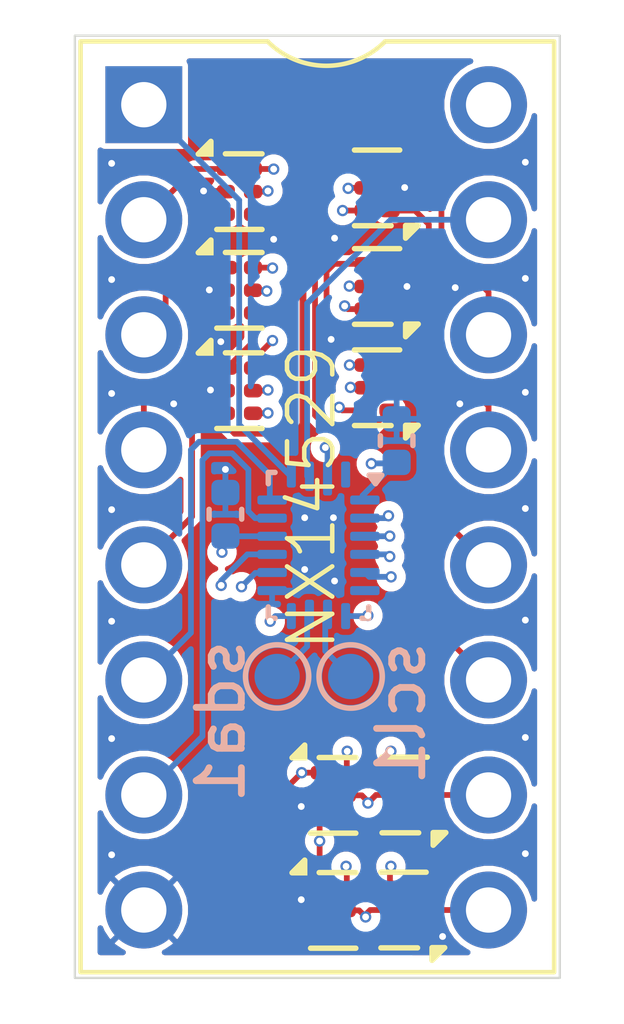
<source format=kicad_pcb>
(kicad_pcb (version 20241229) (generator "pcbnew") (generator_version "9.0")
  (layers (0 "F.Cu" signal) (4 "In1.Cu" signal) (6 "In2.Cu" signal) (8 "In3.Cu" signal) (10 "In4.Cu" signal) (2 "B.Cu" signal) (13 "F.Paste" user) (15 "B.Paste" user) (5 "F.SilkS" user "F.Silkscreen") (7 "B.SilkS" user "B.Silkscreen") (1 "F.Mask" user) (3 "B.Mask" user) (25 "Edge.Cuts" user))
  (net 0 "")
  (net 1 "/B")
  (net 2 "/YB")
  (net 3 "/scl")
  (net 4 "/XA")
  (net 5 "/ZC")
  (net 6 "GND")
  (net 7 "/XC")
  (net 8 "/YC")
  (net 9 "/STy")
  (net 10 "/STx")
  (net 11 "/sda")
  (net 12 "+5V")
  (net 13 "/A")
  (net 14 "/XB")
  (net 15 "/YA")
  (net 16 "/X0")
  (net 17 "/X1")
  (net 18 "/X2")
  (net 19 "/X3")
  (net 20 "/Y1")
  (net 21 "/Y0")
  (net 22 "/Y2")
  (net 23 "/Y3")
  (net 24 "/W")
  (net 25 "/Z")
  (net 26 "/WC")
  (net 27 "/OE")
  (net 30 "/X01")
  (net 31 "/X23")
  (net 32 "/Y01")
  (net 33 "/Y23")
  (net 34 "/X")
  (net 35 "/Y")
  (net 36 "/ZG")
  (net 37 "/WG")
  (footprint "Package_SON:Texas_USON-6_1x1.45mm_P0.5mm_SMD" (layer "F.Cu") (at 146.8676 75.5539)
    (property "Reference" "U1" (hide yes))
    (property "Value" "74LVC1G3157")
    (fp_line (start -0.5 0.835) (end 0.5 0.835) (stroke (width 0.12)) (layer "F.SilkS"))
    (fp_line (start -0.31 -0.835) (end 0.5 -0.835) (stroke (width 0.12)) (layer "F.SilkS"))
    (fp_poly (pts (xy -0.63 -0.83) (xy -0.91 -0.83) (xy -0.63 -1.11) (xy -0.63 -0.83)) (stroke (width 0.12)) (fill yes) (layer "F.SilkS"))
    (pad "1" smd roundrect (at -0.275 -0.5) (size 0.45 0.3) (layers "F.Cu" "F.Mask" "F.Paste") (roundrect_rratio 0.3333333333) (net 16 "/X0"))
    (pad "2" smd roundrect (at -0.3 0) (size 0.4 0.3) (layers "F.Cu" "F.Mask" "F.Paste") (roundrect_rratio 0.3333333333) (net 6 "GND"))
    (pad "3" smd roundrect (at -0.3 0.5) (size 0.4 0.3) (layers "F.Cu" "F.Mask" "F.Paste") (roundrect_rratio 0.3333333333) (net 17 "/X1"))
    (pad "4" smd roundrect (at 0.3 0.5) (size 0.4 0.3) (layers "F.Cu" "F.Mask" "F.Paste") (roundrect_rratio 0.3333333333) (net 30 "/X01"))
    (pad "5" smd roundrect (at 0.3 0) (size 0.4 0.3) (layers "F.Cu" "F.Mask" "F.Paste") (roundrect_rratio 0.3333333333) (net 12 "+5V"))
    (pad "6" smd roundrect (at 0.3 -0.5) (size 0.4 0.3) (layers "F.Cu" "F.Mask" "F.Paste") (roundrect_rratio 0.3333333333) (net 4 "/XA"))
  )
  (footprint "Package_SON:Texas_USON-6_1x1.45mm_P0.5mm_SMD" (layer "F.Cu") (at 148.9408 88.8826)
    (property "Reference" "U8" (hide yes))
    (property "Value" "74LVC1G3157")
    (fp_line (start -0.5 0.835) (end 0.5 0.835) (stroke (width 0.12)) (layer "F.SilkS"))
    (fp_line (start -0.31 -0.835) (end 0.5 -0.835) (stroke (width 0.12)) (layer "F.SilkS"))
    (fp_poly (pts (xy -0.63 -0.83) (xy -0.91 -0.83) (xy -0.63 -1.11) (xy -0.63 -0.83)) (stroke (width 0.12)) (fill yes) (layer "F.SilkS"))
    (pad "1" smd roundrect (at -0.275 -0.5) (size 0.45 0.3) (layers "F.Cu" "F.Mask" "F.Paste") (roundrect_rratio 0.3333333333) (net 35 "/Y"))
    (pad "2" smd roundrect (at -0.3 0) (size 0.4 0.3) (layers "F.Cu" "F.Mask" "F.Paste") (roundrect_rratio 0.3333333333) (net 6 "GND"))
    (pad "3" smd roundrect (at -0.3 0.5) (size 0.4 0.3) (layers "F.Cu" "F.Mask" "F.Paste") (roundrect_rratio 0.3333333333) (net 34 "/X"))
    (pad "4" smd roundrect (at 0.3 0.5) (size 0.4 0.3) (layers "F.Cu" "F.Mask" "F.Paste") (roundrect_rratio 0.3333333333) (net 37 "/WG"))
    (pad "5" smd roundrect (at 0.3 0) (size 0.4 0.3) (layers "F.Cu" "F.Mask" "F.Paste") (roundrect_rratio 0.3333333333) (net 12 "+5V"))
    (pad "6" smd roundrect (at 0.3 -0.5) (size 0.4 0.3) (layers "F.Cu" "F.Mask" "F.Paste") (roundrect_rratio 0.3333333333) (net 26 "/WC"))
  )
  (footprint "Package_SON:Texas_USON-6_1x1.45mm_P0.5mm_SMD" (layer "F.Cu") (at 148.9408 91.4226)
    (property "Reference" "U7" (hide yes))
    (property "Value" "74LVC1G3157")
    (fp_line (start -0.5 0.835) (end 0.5 0.835) (stroke (width 0.12)) (layer "F.SilkS"))
    (fp_line (start -0.31 -0.835) (end 0.5 -0.835) (stroke (width 0.12)) (layer "F.SilkS"))
    (fp_poly (pts (xy -0.63 -0.83) (xy -0.91 -0.83) (xy -0.63 -1.11) (xy -0.63 -0.83)) (stroke (width 0.12)) (fill yes) (layer "F.SilkS"))
    (pad "1" smd roundrect (at -0.275 -0.5) (size 0.45 0.3) (layers "F.Cu" "F.Mask" "F.Paste") (roundrect_rratio 0.3333333333) (net 34 "/X"))
    (pad "2" smd roundrect (at -0.3 0) (size 0.4 0.3) (layers "F.Cu" "F.Mask" "F.Paste") (roundrect_rratio 0.3333333333) (net 6 "GND"))
    (pad "3" smd roundrect (at -0.3 0.5) (size 0.4 0.3) (layers "F.Cu" "F.Mask" "F.Paste") (roundrect_rratio 0.3333333333) (net 35 "/Y"))
    (pad "4" smd roundrect (at 0.3 0.5) (size 0.4 0.3) (layers "F.Cu" "F.Mask" "F.Paste") (roundrect_rratio 0.3333333333) (net 36 "/ZG"))
    (pad "5" smd roundrect (at 0.3 0) (size 0.4 0.3) (layers "F.Cu" "F.Mask" "F.Paste") (roundrect_rratio 0.3333333333) (net 12 "+5V"))
    (pad "6" smd roundrect (at 0.3 -0.5) (size 0.4 0.3) (layers "F.Cu" "F.Mask" "F.Paste") (roundrect_rratio 0.3333333333) (net 5 "/ZC"))
  )
  (footprint "Package_SON:Texas_USON-6_1x1.45mm_P0.5mm_SMD" (layer "F.Cu") (at 150.495 91.4146 180)
    (property "Reference" "U9" (hide yes))
    (property "Value" "74LVC1G66")
    (fp_line (start -0.31 -0.835) (end 0.5 -0.835) (stroke (width 0.12)) (layer "F.SilkS"))
    (fp_line (start -0.5 0.835) (end 0.5 0.835) (stroke (width 0.12)) (layer "F.SilkS"))
    (fp_poly (pts (xy -0.63 -0.83) (xy -0.91 -0.83) (xy -0.63 -1.11) (xy -0.63 -0.83)) (stroke (width 0.12)) (fill yes) (layer "F.SilkS"))
    (pad "1" smd roundrect (at -0.275 -0.5 180) (size 0.45 0.3) (layers "F.Cu" "F.Mask" "F.Paste") (roundrect_rratio 0.3333333333) (net 36 "/ZG"))
    (pad "2" smd roundrect (at -0.3 0 180) (size 0.4 0.3) (layers "F.Cu" "F.Mask" "F.Paste") (roundrect_rratio 0.3333333333) (net 25 "/Z"))
    (pad "3" smd roundrect (at -0.3 0.5 180) (size 0.4 0.3) (layers "F.Cu" "F.Mask" "F.Paste") (roundrect_rratio 0.3333333333) (net 6 "GND"))
    (pad "4" smd roundrect (at 0.3 0.5 180) (size 0.4 0.3) (layers "F.Cu" "F.Mask" "F.Paste") (roundrect_rratio 0.3333333333) (net 27 "/OE"))
    (pad "5" smd roundrect (at 0.3 0 180) (size 0.4 0.3) (layers "F.Cu" "F.Mask" "F.Paste") (roundrect_rratio 0.3333333333) (net 12 "+5V"))
    (pad "6" smd roundrect (at 0.3 -0.5 180) (size 0.4 0.3) (layers "F.Cu" "F.Mask" "F.Paste") (roundrect_rratio 0.3333333333))
  )
  (footprint "Package_SON:Texas_USON-6_1x1.45mm_P0.5mm_SMD" (layer "F.Cu") (at 149.9108 77.6478 180)
    (property "Reference" "U4" (hide yes))
    (property "Value" "74LVC1G3157")
    (fp_line (start -0.31 -0.835) (end 0.5 -0.835) (stroke (width 0.12)) (layer "F.SilkS"))
    (fp_line (start -0.5 0.835) (end 0.5 0.835) (stroke (width 0.12)) (layer "F.SilkS"))
    (fp_poly (pts (xy -0.63 -0.83) (xy -0.91 -0.83) (xy -0.63 -1.11) (xy -0.63 -0.83)) (stroke (width 0.12)) (fill yes) (layer "F.SilkS"))
    (pad "1" smd roundrect (at -0.275 -0.5 180) (size 0.45 0.3) (layers "F.Cu" "F.Mask" "F.Paste") (roundrect_rratio 0.3333333333) (net 23 "/Y3"))
    (pad "2" smd roundrect (at -0.3 0 180) (size 0.4 0.3) (layers "F.Cu" "F.Mask" "F.Paste") (roundrect_rratio 0.3333333333) (net 6 "GND"))
    (pad "3" smd roundrect (at -0.3 0.5 180) (size 0.4 0.3) (layers "F.Cu" "F.Mask" "F.Paste") (roundrect_rratio 0.3333333333) (net 22 "/Y2"))
    (pad "4" smd roundrect (at 0.3 0.5 180) (size 0.4 0.3) (layers "F.Cu" "F.Mask" "F.Paste") (roundrect_rratio 0.3333333333) (net 33 "/Y23"))
    (pad "5" smd roundrect (at 0.3 0 180) (size 0.4 0.3) (layers "F.Cu" "F.Mask" "F.Paste") (roundrect_rratio 0.3333333333) (net 12 "+5V"))
    (pad "6" smd roundrect (at 0.3 -0.5 180) (size 0.4 0.3) (layers "F.Cu" "F.Mask" "F.Paste") (roundrect_rratio 0.3333333333) (net 2 "/YB"))
  )
  (footprint "Library:DIP-16_board" (layer "F.Cu") (at 148.5646 82.5246)
    (property "Reference" "IC1" (hide yes))
    (property "Value" "14529")
    (fp_rect (start -5.334 -10.414) (end 5.3848 10.3886) (stroke (width 0.05)) (fill no) (layer "Edge.Cuts"))
    (pad "1" thru_hole rect (at -3.81 -8.89) (size 1.7 1.7) (drill 1) (layers "*.Cu" "*.Mask") (net 10 "/STx"))
    (pad "2" thru_hole circle (at -3.81 -6.35) (size 1.7 1.7) (drill 1) (layers "*.Cu" "*.Mask") (net 16 "/X0"))
    (pad "3" thru_hole circle (at -3.81 -3.81) (size 1.7 1.7) (drill 1) (layers "*.Cu" "*.Mask") (net 17 "/X1"))
    (pad "4" thru_hole circle (at -3.81 -1.27) (size 1.7 1.7) (drill 1) (layers "*.Cu" "*.Mask") (net 18 "/X2"))
    (pad "5" thru_hole circle (at -3.81 1.27) (size 1.7 1.7) (drill 1) (layers "*.Cu" "*.Mask") (net 19 "/X3"))
    (pad "6" thru_hole circle (at -3.81 3.81) (size 1.7 1.7) (drill 1) (layers "*.Cu" "*.Mask") (net 13 "/A"))
    (pad "7" thru_hole circle (at -3.81 6.35) (size 1.7 1.7) (drill 1) (layers "*.Cu" "*.Mask") (net 1 "/B"))
    (pad "8" thru_hole circle (at -3.81 8.89) (size 1.7 1.7) (drill 1) (layers "*.Cu" "*.Mask") (net 6 "GND"))
    (pad "9" thru_hole circle (at 3.81 8.89) (size 1.7 1.7) (drill 1) (layers "*.Cu" "*.Mask") (net 25 "/Z"))
    (pad "10" thru_hole circle (at 3.81 6.35) (size 1.7 1.7) (drill 1) (layers "*.Cu" "*.Mask") (net 24 "/W"))
    (pad "11" thru_hole circle (at 3.81 3.81) (size 1.7 1.7) (drill 1) (layers "*.Cu" "*.Mask") (net 23 "/Y3"))
    (pad "12" thru_hole circle (at 3.81 1.27) (size 1.7 1.7) (drill 1) (layers "*.Cu" "*.Mask") (net 22 "/Y2"))
    (pad "13" thru_hole circle (at 3.81 -1.27) (size 1.7 1.7) (drill 1) (layers "*.Cu" "*.Mask") (net 20 "/Y1"))
    (pad "14" thru_hole circle (at 3.81 -3.81) (size 1.7 1.7) (drill 1) (layers "*.Cu" "*.Mask") (net 21 "/Y0"))
    (pad "15" thru_hole circle (at 3.81 -6.35) (size 1.7 1.7) (drill 1) (layers "*.Cu" "*.Mask") (net 9 "/STy"))
    (pad "16" thru_hole circle (at 3.81 -8.89) (size 1.7 1.7) (drill 1) (layers "*.Cu" "*.Mask") (net 12 "+5V"))
  )
  (footprint "Package_SON:Texas_USON-6_1x1.45mm_P0.5mm_SMD" (layer "F.Cu") (at 149.9108 79.883 180)
    (property "Reference" "U6" (hide yes))
    (property "Value" "74LVC1G3157")
    (fp_line (start -0.31 -0.835) (end 0.5 -0.835) (stroke (width 0.12)) (layer "F.SilkS"))
    (fp_line (start -0.5 0.835) (end 0.5 0.835) (stroke (width 0.12)) (layer "F.SilkS"))
    (fp_poly (pts (xy -0.63 -0.83) (xy -0.91 -0.83) (xy -0.63 -1.11) (xy -0.63 -0.83)) (stroke (width 0.12)) (fill yes) (layer "F.SilkS"))
    (pad "1" smd roundrect (at -0.275 -0.5 180) (size 0.45 0.3) (layers "F.Cu" "F.Mask" "F.Paste") (roundrect_rratio 0.3333333333) (net 32 "/Y01"))
    (pad "2" smd roundrect (at -0.3 0 180) (size 0.4 0.3) (layers "F.Cu" "F.Mask" "F.Paste") (roundrect_rratio 0.3333333333) (net 6 "GND"))
    (pad "3" smd roundrect (at -0.3 0.5 180) (size 0.4 0.3) (layers "F.Cu" "F.Mask" "F.Paste") (roundrect_rratio 0.3333333333) (net 33 "/Y23"))
    (pad "4" smd roundrect (at 0.3 0.5 180) (size 0.4 0.3) (layers "F.Cu" "F.Mask" "F.Paste") (roundrect_rratio 0.3333333333) (net 35 "/Y"))
    (pad "5" smd roundrect (at 0.3 0 180) (size 0.4 0.3) (layers "F.Cu" "F.Mask" "F.Paste") (roundrect_rratio 0.3333333333) (net 12 "+5V"))
    (pad "6" smd roundrect (at 0.3 -0.5 180) (size 0.4 0.3) (layers "F.Cu" "F.Mask" "F.Paste") (roundrect_rratio 0.3333333333) (net 8 "/YC"))
  )
  (footprint "Package_SON:Texas_USON-6_1x1.45mm_P0.5mm_SMD" (layer "F.Cu") (at 146.8676 79.9481)
    (property "Reference" "U5" (hide yes))
    (property "Value" "74LVC1G3157")
    (fp_line (start -0.5 0.835) (end 0.5 0.835) (stroke (width 0.12)) (layer "F.SilkS"))
    (fp_line (start -0.31 -0.835) (end 0.5 -0.835) (stroke (width 0.12)) (layer "F.SilkS"))
    (fp_poly (pts (xy -0.63 -0.83) (xy -0.91 -0.83) (xy -0.63 -1.11) (xy -0.63 -0.83)) (stroke (width 0.12)) (fill yes) (layer "F.SilkS"))
    (pad "1" smd roundrect (at -0.275 -0.5) (size 0.45 0.3) (layers "F.Cu" "F.Mask" "F.Paste") (roundrect_rratio 0.3333333333) (net 31 "/X23"))
    (pad "2" smd roundrect (at -0.3 0) (size 0.4 0.3) (layers "F.Cu" "F.Mask" "F.Paste") (roundrect_rratio 0.3333333333) (net 6 "GND"))
    (pad "3" smd roundrect (at -0.3 0.5) (size 0.4 0.3) (layers "F.Cu" "F.Mask" "F.Paste") (roundrect_rratio 0.3333333333) (net 30 "/X01"))
    (pad "4" smd roundrect (at 0.3 0.5) (size 0.4 0.3) (layers "F.Cu" "F.Mask" "F.Paste") (roundrect_rratio 0.3333333333) (net 34 "/X"))
    (pad "5" smd roundrect (at 0.3 0) (size 0.4 0.3) (layers "F.Cu" "F.Mask" "F.Paste") (roundrect_rratio 0.3333333333) (net 12 "+5V"))
    (pad "6" smd roundrect (at 0.3 -0.5) (size 0.4 0.3) (layers "F.Cu" "F.Mask" "F.Paste") (roundrect_rratio 0.3333333333) (net 7 "/XC"))
  )
  (footprint "Package_SON:Texas_USON-6_1x1.45mm_P0.5mm_SMD" (layer "F.Cu") (at 146.8676 77.732)
    (property "Reference" "U2" (hide yes))
    (property "Value" "74LVC1G3157")
    (fp_line (start -0.5 0.835) (end 0.5 0.835) (stroke (width 0.12)) (layer "F.SilkS"))
    (fp_line (start -0.31 -0.835) (end 0.5 -0.835) (stroke (width 0.12)) (layer "F.SilkS"))
    (fp_poly (pts (xy -0.63 -0.83) (xy -0.91 -0.83) (xy -0.63 -1.11) (xy -0.63 -0.83)) (stroke (width 0.12)) (fill yes) (layer "F.SilkS"))
    (pad "1" smd roundrect (at -0.275 -0.5) (size 0.45 0.3) (layers "F.Cu" "F.Mask" "F.Paste") (roundrect_rratio 0.3333333333) (net 18 "/X2"))
    (pad "2" smd roundrect (at -0.3 0) (size 0.4 0.3) (layers "F.Cu" "F.Mask" "F.Paste") (roundrect_rratio 0.3333333333) (net 6 "GND"))
    (pad "3" smd roundrect (at -0.3 0.5) (size 0.4 0.3) (layers "F.Cu" "F.Mask" "F.Paste") (roundrect_rratio 0.3333333333) (net 19 "/X3"))
    (pad "4" smd roundrect (at 0.3 0.5) (size 0.4 0.3) (layers "F.Cu" "F.Mask" "F.Paste") (roundrect_rratio 0.3333333333) (net 31 "/X23"))
    (pad "5" smd roundrect (at 0.3 0) (size 0.4 0.3) (layers "F.Cu" "F.Mask" "F.Paste") (roundrect_rratio 0.3333333333) (net 12 "+5V"))
    (pad "6" smd roundrect (at 0.3 -0.5) (size 0.4 0.3) (layers "F.Cu" "F.Mask" "F.Paste") (roundrect_rratio 0.3333333333) (net 14 "/XB"))
  )
  (footprint "Package_SON:Texas_USON-6_1x1.45mm_P0.5mm_SMD" (layer "F.Cu") (at 149.9108 75.4714 180)
    (property "Reference" "U3" (hide yes))
    (property "Value" "74LVC1G3157")
    (fp_line (start -0.31 -0.835) (end 0.5 -0.835) (stroke (width 0.12)) (layer "F.SilkS"))
    (fp_line (start -0.5 0.835) (end 0.5 0.835) (stroke (width 0.12)) (layer "F.SilkS"))
    (fp_poly (pts (xy -0.63 -0.83) (xy -0.91 -0.83) (xy -0.63 -1.11) (xy -0.63 -0.83)) (stroke (width 0.12)) (fill yes) (layer "F.SilkS"))
    (pad "1" smd roundrect (at -0.275 -0.5 180) (size 0.45 0.3) (layers "F.Cu" "F.Mask" "F.Paste") (roundrect_rratio 0.3333333333) (net 20 "/Y1"))
    (pad "2" smd roundrect (at -0.3 0 180) (size 0.4 0.3) (layers "F.Cu" "F.Mask" "F.Paste") (roundrect_rratio 0.3333333333) (net 6 "GND"))
    (pad "3" smd roundrect (at -0.3 0.5 180) (size 0.4 0.3) (layers "F.Cu" "F.Mask" "F.Paste") (roundrect_rratio 0.3333333333) (net 21 "/Y0"))
    (pad "4" smd roundrect (at 0.3 0.5 180) (size 0.4 0.3) (layers "F.Cu" "F.Mask" "F.Paste") (roundrect_rratio 0.3333333333) (net 32 "/Y01"))
    (pad "5" smd roundrect (at 0.3 0 180) (size 0.4 0.3) (layers "F.Cu" "F.Mask" "F.Paste") (roundrect_rratio 0.3333333333) (net 12 "+5V"))
    (pad "6" smd roundrect (at 0.3 -0.5 180) (size 0.4 0.3) (layers "F.Cu" "F.Mask" "F.Paste") (roundrect_rratio 0.3333333333) (net 15 "/YA"))
  )
  (footprint "Package_SON:Texas_USON-6_1x1.45mm_P0.5mm_SMD" (layer "F.Cu") (at 150.5204 88.8746 180)
    (property "Reference" "U10" (hide yes))
    (property "Value" "74LVC1G66")
    (fp_line (start -0.31 -0.835) (end 0.5 -0.835) (stroke (width 0.12)) (layer "F.SilkS"))
    (fp_line (start -0.5 0.835) (end 0.5 0.835) (stroke (width 0.12)) (layer "F.SilkS"))
    (fp_poly (pts (xy -0.63 -0.83) (xy -0.91 -0.83) (xy -0.63 -1.11) (xy -0.63 -0.83)) (stroke (width 0.12)) (fill yes) (layer "F.SilkS"))
    (pad "1" smd roundrect (at -0.275 -0.5 180) (size 0.45 0.3) (layers "F.Cu" "F.Mask" "F.Paste") (roundrect_rratio 0.3333333333) (net 37 "/WG"))
    (pad "2" smd roundrect (at -0.3 0 180) (size 0.4 0.3) (layers "F.Cu" "F.Mask" "F.Paste") (roundrect_rratio 0.3333333333) (net 24 "/W"))
    (pad "3" smd roundrect (at -0.3 0.5 180) (size 0.4 0.3) (layers "F.Cu" "F.Mask" "F.Paste") (roundrect_rratio 0.3333333333) (net 6 "GND"))
    (pad "4" smd roundrect (at 0.3 0.5 180) (size 0.4 0.3) (layers "F.Cu" "F.Mask" "F.Paste") (roundrect_rratio 0.3333333333) (net 27 "/OE"))
    (pad "5" smd roundrect (at 0.3 0 180) (size 0.4 0.3) (layers "F.Cu" "F.Mask" "F.Paste") (roundrect_rratio 0.3333333333) (net 12 "+5V"))
    (pad "6" smd roundrect (at 0.3 -0.5 180) (size 0.4 0.3) (layers "F.Cu" "F.Mask" "F.Paste") (roundrect_rratio 0.3333333333))
  )
  (footprint "Capacitor_SMD:C_0402_1005Metric" (layer "B.Cu") (at 146.558 82.677 90)
    (property "Reference" "C1" (hide yes))
    (property "Value" "100nF")
    (fp_line (start -0.107836 -0.36) (end 0.107836 -0.36) (stroke (width 0.12)) (layer "B.SilkS"))
    (fp_line (start -0.107836 0.36) (end 0.107836 0.36) (stroke (width 0.12)) (layer "B.SilkS"))
    (pad "1" smd roundrect (at -0.48 0 90) (size 0.56 0.62) (layers "B.Cu" "B.Mask" "B.Paste") (net 12 "+5V"))
    (pad "2" smd roundrect (at 0.48 0 90) (size 0.56 0.62) (layers "B.Cu" "B.Mask" "B.Paste") (net 6 "GND"))
  )
  (footprint "TestPoint:TestPoint_Pad_D1.0mm" (layer "B.Cu") (at 147.701 86.2584)
    (property "Reference" "sda1" (at -1.2446 0.9906 270) (layer "B.SilkS") (effects (justify mirror)))
    (property "Value" "TestPoint_Small")
    (fp_circle (center 0 0) (end 0 -0.7) (stroke (width 0.12)) (fill no) (layer "B.SilkS"))
    (pad "1" smd circle (at 0 0) (size 1 1) (layers "B.Cu" "B.Mask") (net 11 "/sda"))
  )
  (footprint "Package_DFN_QFN:Renesas_UQFN-20_2x3mm_P0.4mm_LayoutBorder4x6y" (layer "B.Cu") (at 148.6154 83.3628 180)
    (property "Reference" "U11" (hide yes))
    (property "Value" "SLG46824V")
    (fp_line (start 1.11 1.61) (end 1.11 1.36) (stroke (width 0.12)) (layer "B.SilkS"))
    (fp_line (start 1.11 -1.36) (end 1.11 -1.61) (stroke (width 0.12)) (layer "B.SilkS"))
    (fp_line (start 1.11 -1.61) (end 0.96 -1.61) (stroke (width 0.12)) (layer "B.SilkS"))
    (fp_line (start 0.96 1.61) (end 1.11 1.61) (stroke (width 0.12)) (layer "B.SilkS"))
    (fp_line (start -0.96 -1.61) (end -1.11 -1.61) (stroke (width 0.12)) (layer "B.SilkS"))
    (fp_line (start -1.11 -1.61) (end -1.11 -1.36) (stroke (width 0.12)) (layer "B.SilkS"))
    (fp_poly (pts (xy -1.26 1.36) (xy -1.4 1.55) (xy -1.12 1.55)) (stroke (width 0.12)) (fill yes) (layer "B.SilkS"))
    (pad "1" smd roundrect (at -1.025 1 180) (size 0.65 0.2) (layers "B.Cu" "B.Mask" "B.Paste") (net 12 "+5V"))
    (pad "2" smd roundrect (at -1.025 0.6 180) (size 0.65 0.2) (layers "B.Cu" "B.Mask" "B.Paste") (net 8 "/YC"))
    (pad "3" smd roundrect (at -1.025 0.2 180) (size 0.65 0.2) (layers "B.Cu" "B.Mask" "B.Paste") (net 14 "/XB"))
    (pad "4" smd roundrect (at -1.025 -0.2 180) (size 0.65 0.2) (layers "B.Cu" "B.Mask" "B.Paste") (net 7 "/XC"))
    (pad "5" smd roundrect (at -1.025 -0.6 180) (size 0.65 0.2) (layers "B.Cu" "B.Mask" "B.Paste") (net 2 "/YB"))
    (pad "6" smd roundrect (at -1.025 -1 180) (size 0.65 0.2) (layers "B.Cu" "B.Mask" "B.Paste"))
    (pad "7" smd roundrect (at -0.6 -1.5625 180) (size 0.2 0.575) (layers "B.Cu" "B.Mask" "B.Paste") (net 15 "/YA"))
    (pad "8" smd roundrect (at -0.2 -1.525 180) (size 0.2 0.65) (layers "B.Cu" "B.Mask" "B.Paste") (net 3 "/scl"))
    (pad "9" smd roundrect (at 0.2 -1.525 180) (size 0.2 0.65) (layers "B.Cu" "B.Mask" "B.Paste") (net 11 "/sda"))
    (pad "10" smd roundrect (at 0.6 -1.5625 180) (size 0.2 0.575) (layers "B.Cu" "B.Mask" "B.Paste") (net 5 "/ZC"))
    (pad "11" smd roundrect (at 1.025 -1 180) (size 0.65 0.2) (layers "B.Cu" "B.Mask" "B.Paste") (net 6 "GND"))
    (pad "12" smd roundrect (at 1.025 -0.6 180) (size 0.65 0.2) (layers "B.Cu" "B.Mask" "B.Paste") (net 26 "/WC"))
    (pad "13" smd roundrect (at 1.025 -0.2 180) (size 0.65 0.2) (layers "B.Cu" "B.Mask" "B.Paste") (net 27 "/OE"))
    (pad "14" smd roundrect (at 1.025 0.2 180) (size 0.65 0.2) (layers "B.Cu" "B.Mask" "B.Paste") (net 12 "+5V"))
    (pad "15" smd roundrect (at 1.025 0.6 180) (size 0.65 0.2) (layers "B.Cu" "B.Mask" "B.Paste") (net 1 "/B"))
    (pad "16" smd roundrect (at 1.025 1 180) (size 0.65 0.2) (layers "B.Cu" "B.Mask" "B.Paste") (net 13 "/A"))
    (pad "17" smd roundrect (at 0.6 1.5625 180) (size 0.2 0.575) (layers "B.Cu" "B.Mask" "B.Paste") (net 10 "/STx"))
    (pad "18" smd roundrect (at 0.2 1.525 180) (size 0.2 0.65) (layers "B.Cu" "B.Mask" "B.Paste") (net 9 "/STy"))
    (pad "19" smd roundrect (at -0.2 1.475 180) (size 0.2 0.75) (layers "B.Cu" "B.Mask" "B.Paste") (net 4 "/XA"))
    (pad "20" smd roundrect (at -0.6 1.5625 180) (size 0.2 0.575) (layers "B.Cu" "B.Mask" "B.Paste"))
  )
  (footprint "TestPoint:TestPoint_Pad_D1.0mm" (layer "B.Cu") (at 149.3266 86.2584)
    (property "Reference" "scl1" (at 1.1176 0.8128 270) (layer "B.SilkS") (effects (justify mirror)))
    (property "Value" "TestPoint_Small")
    (fp_circle (center 0 0) (end 0 -0.7) (stroke (width 0.12)) (fill no) (layer "B.SilkS"))
    (pad "1" smd circle (at 0 0) (size 1 1) (layers "B.Cu" "B.Mask") (net 3 "/scl"))
  )
  (footprint "Capacitor_SMD:C_0402_1005Metric" (layer "B.Cu") (at 150.3426 81.0514 90)
    (property "Reference" "C2" (hide yes))
    (property "Value" "100nF")
    (fp_line (start -0.107836 -0.36) (end 0.107836 -0.36) (stroke (width 0.12)) (layer "B.SilkS"))
    (fp_line (start -0.107836 0.36) (end 0.107836 0.36) (stroke (width 0.12)) (layer "B.SilkS"))
    (pad "1" smd roundrect (at -0.48 0 90) (size 0.56 0.62) (layers "B.Cu" "B.Mask" "B.Paste") (net 12 "+5V"))
    (pad "2" smd roundrect (at 0.48 0 90) (size 0.56 0.62) (layers "B.Cu" "B.Mask" "B.Paste") (net 6 "GND"))
  )
  (gr_line (start 153.8224 72.2376) (end 150.0886 72.2376) (stroke (width 0.1)) (layer "F.SilkS"))
  (gr_arc (start 150.0886 72.2376) (mid 148.789536 72.77569) (end 147.490472 72.2376) (stroke (width 0.1)) (layer "F.SilkS"))
  (gr_line (start 143.3576 72.2376) (end 147.4978 72.2376) (stroke (width 0.1)) (layer "F.SilkS"))
  (gr_line (start 143.3576 72.2376) (end 143.3576 92.7608) (stroke (width 0.1)) (layer "F.SilkS"))
  (gr_line (start 143.3576 92.7862) (end 153.8224 92.7862) (stroke (width 0.1)) (layer "F.SilkS"))
  (gr_line (start 153.8224 92.7862) (end 153.8224 72.2376) (stroke (width 0.1)) (layer "F.SilkS"))
  (gr_text "NX14529" (at 149.0472 85.7504 90) (layer "F.SilkS") (effects (font (size 1 1) (thickness 0.1)) (justify left bottom)))
  (segment (start 147.066 81.691424) (end 146.706376 81.3318) (width 0.127) (layer "B.Cu") (net 1))
  (segment (start 146.706376 81.3318) (end 146.2014 81.3318) (width 0.127) (layer "B.Cu") (net 1))
  (segment (start 146.0511 81.4821) (end 146.0511 87.5781) (width 0.127) (layer "B.Cu") (net 1))
  (segment (start 147.066 82.6142) (end 147.066 81.691424) (width 0.127) (layer "B.Cu") (net 1))
  (segment (start 146.2014 81.3318) (end 146.0511 81.4821) (width 0.127) (layer "B.Cu") (net 1))
  (segment (start 146.0511 87.5781) (end 144.7546 88.8746) (width 0.127) (layer "B.Cu") (net 1))
  (segment (start 147.5396 82.7628) (end 147.2146 82.7628) (width 0.127) (layer "B.Cu") (net 1))
  (segment (start 147.2146 82.7628) (end 147.066 82.6142) (width 0.127) (layer "B.Cu") (net 1))
  (segment (start 149.263926 78.1478) (end 149.194038 78.077912) (width 0.127) (layer "F.Cu") (net 2))
  (segment (start 149.6108 78.1478) (end 149.263926 78.1478) (width 0.127) (layer "F.Cu") (net 2))
  (via (at 149.194038 78.077912) (size 0.25) (drill 0.15) (layers "F.Cu" "B.Cu") (net 2))
  (via (at 150.219581 84.058645) (size 0.25) (drill 0.15) (layers "F.Cu" "B.Cu") (net 2))
  (segment (start 149.736245 84.058645) (end 150.219581 84.058645) (width 0.127) (layer "B.Cu") (net 2))
  (segment (start 149.6404 83.9628) (end 149.736245 84.058645) (width 0.127) (layer "B.Cu") (net 2))
  (segment (start 148.7646 85.6964) (end 149.3266 86.2584) (width 0.127) (layer "B.Cu") (net 3))
  (segment (start 148.7646 84.8878) (end 148.7646 85.6964) (width 0.127) (layer "B.Cu") (net 3))
  (segment (start 147.1676 75.0539) (end 147.6217 75.0539) (width 0.127) (layer "F.Cu") (net 4))
  (segment (start 147.6217 75.0539) (end 147.6248 75.057) (width 0.127) (layer "F.Cu") (net 4))
  (via (at 148.7678 81.2038) (size 0.25) (drill 0.15) (layers "F.Cu" "B.Cu") (net 4))
  (via (at 147.6248 75.057) (size 0.25) (drill 0.15) (layers "F.Cu" "B.Cu") (net 4))
  (segment (start 148.8154 81.8878) (end 148.8154 81.2514) (width 0.127) (layer "B.Cu") (net 4))
  (segment (start 148.8154 81.2514) (end 148.7678 81.2038) (width 0.127) (layer "B.Cu") (net 4))
  (segment (start 149.2408 90.4652) (end 149.225 90.4494) (width 0.127) (layer "F.Cu") (net 5))
  (segment (start 149.2408 90.9226) (end 149.2408 90.4652) (width 0.127) (layer "F.Cu") (net 5))
  (via (at 149.225 90.4494) (size 0.25) (drill 0.15) (layers "F.Cu" "B.Cu") (net 5))
  (via (at 147.5486 85.0392) (size 0.25) (drill 0.15) (layers "F.Cu" "B.Cu") (net 5))
  (segment (start 147.6625 84.9253) (end 147.5486 85.0392) (width 0.127) (layer "B.Cu") (net 5))
  (segment (start 147.9646 84.9253) (end 147.6625 84.9253) (width 0.127) (layer "B.Cu") (net 5))
  (segment (start 146.5596 77.724) (end 146.5676 77.732) (width 0.127) (layer "F.Cu") (net 6))
  (segment (start 150.5124 75.4714) (end 150.5204 75.4634) (width 0.127) (layer "F.Cu") (net 6))
  (segment (start 146.2024 77.724) (end 146.5596 77.724) (width 0.127) (layer "F.Cu") (net 6))
  (segment (start 146.2421 79.9481) (end 146.2278 79.9338) (width 0.127) (layer "F.Cu") (net 6))
  (segment (start 146.5676 79.9481) (end 146.2421 79.9481) (width 0.127) (layer "F.Cu") (net 6))
  (segment (start 150.2108 77.6478) (end 150.5712 77.6478) (width 0.127) (layer "F.Cu") (net 6))
  (segment (start 150.2108 75.4714) (end 150.5124 75.4714) (width 0.127) (layer "F.Cu") (net 6))
  (segment (start 146.5533 75.5396) (end 146.5676 75.5539) (width 0.127) (layer "F.Cu") (net 6))
  (segment (start 146.0754 75.5396) (end 146.5533 75.5396) (width 0.127) (layer "F.Cu") (net 6))
  (via (at 146.0754 75.5396) (size 0.25) (drill 0.15) (layers "F.Cu" "B.Cu") (net 6))
  (via (at 144.0434 74.93) (size 0.25) (drill 0.15) (layers "F.Cu" "B.Cu") (net 6))
  (via (at 144.0434 90.1954) (size 0.25) (drill 0.15) (layers "F.Cu" "B.Cu") (net 6))
  (via (at 146.4564 78.867) (size 0.25) (drill 0.15) (layers "F.Cu" "B.Cu") (net 6))
  (via (at 144.0434 77.4954) (size 0.25) (drill 0.15) (layers "F.Cu" "B.Cu") (net 6))
  (via (at 148.3106 82.7532) (size 0.25) (drill 0.15) (layers "F.Cu" "B.Cu") (net 6))
  (via (at 153.1874 82.55) (size 0.25) (drill 0.15) (layers "F.Cu" "B.Cu") (net 6))
  (via (at 145.415 80.2386) (size 0.25) (drill 0.15) (layers "F.Cu" "B.Cu") (net 6))
  (via (at 144.0434 87.63) (size 0.25) (drill 0.15) (layers "F.Cu" "B.Cu") (net 6))
  (via (at 148.2344 91.186) (size 0.25) (drill 0.15) (layers "F.Cu" "B.Cu") (net 6))
  (via (at 144.0434 80.01) (size 0.25) (drill 0.15) (layers "F.Cu" "B.Cu") (net 6))
  (via (at 148.3106 83.8962) (size 0.25) (drill 0.15) (layers "F.Cu" "B.Cu") (net 6))
  (via (at 153.1874 77.47) (size 0.25) (drill 0.15) (layers "F.Cu" "B.Cu") (net 6))
  (via (at 148.971 84.1502) (size 0.25) (drill 0.15) (layers "F.Cu" "B.Cu") (net 6))
  (via (at 146.2024 77.724) (size 0.25) (drill 0.15) (layers "F.Cu" "B.Cu") (net 6))
  (via (at 144.0434 85.0392) (size 0.25) (drill 0.15) (layers "F.Cu" "B.Cu") (net 6))
  (via (at 153.1874 74.9046) (size 0.25) (drill 0.15) (layers "F.Cu" "B.Cu") (net 6))
  (via (at 144.0434 82.5754) (size 0.25) (drill 0.15) (layers "F.Cu" "B.Cu") (net 6))
  (via (at 151.638 77.6732) (size 0.25) (drill 0.15) (layers "F.Cu" "B.Cu") (net 6))
  (via (at 153.1874 85.0138) (size 0.25) (drill 0.15) (layers "F.Cu" "B.Cu") (net 6))
  (via (at 153.1874 87.6046) (size 0.25) (drill 0.15) (layers "F.Cu" "B.Cu") (net 6))
  (via (at 151.3586 91.9988) (size 0.25) (drill 0.15) (layers "F.Cu" "B.Cu") (net 6))
  (via (at 148.971 76.581) (size 0.25) (drill 0.15) (layers "F.Cu" "B.Cu") (net 6))
  (via (at 147.6248 76.6064) (size 0.25) (drill 0.15) (layers "F.Cu" "B.Cu") (net 6))
  (via (at 153.1874 79.9846) (size 0.25) (drill 0.15) (layers "F.Cu" "B.Cu") (net 6))
  (via (at 153.1874 90.17) (size 0.25) (drill 0.15) (layers "F.Cu" "B.Cu") (net 6))
  (via (at 148.8948 78.8162) (size 0.25) (drill 0.15) (layers "F.Cu" "B.Cu") (net 6))
  (via (at 151.7396 80.2386) (size 0.25) (drill 0.15) (layers "F.Cu" "B.Cu") (net 6))
  (via (at 148.2344 89.1286) (size 0.25) (drill 0.15) (layers "F.Cu" "B.Cu") (net 6))
  (via (at 146.2278 79.9338) (size 0.25) (drill 0.15) (layers "F.Cu" "B.Cu") (net 6))
  (via (at 148.9456 82.7532) (size 0.25) (drill 0.15) (layers "F.Cu" "B.Cu") (net 6))
  (via (at 146.558 81.6864) (size 0.25) (drill 0.15) (layers "F.Cu" "B.Cu") (net 6))
  (via (at 150.5204 75.4634) (size 0.25) (drill 0.15) (layers "F.Cu" "B.Cu") (net 6))
  (via (at 150.5712 77.6478) (size 0.25) (drill 0.15) (layers "F.Cu" "B.Cu") (net 6))
  (segment (start 146.558 81.6864) (end 146.558 82.197) (width 0.127) (layer "B.Cu") (net 6))
  (segment (start 147.1676 79.2734) (end 147.5994 78.8416) (width 0.127) (layer "F.Cu") (net 7))
  (segment (start 147.1676 79.4481) (end 147.1676 79.2734) (width 0.127) (layer "F.Cu") (net 7))
  (via (at 150.1902 83.609603) (size 0.25) (drill 0.15) (layers "F.Cu" "B.Cu") (net 7))
  (via (at 147.5994 78.8416) (size 0.25) (drill 0.15) (layers "F.Cu" "B.Cu") (net 7))
  (segment (start 149.6404 83.5628) (end 150.143397 83.5628) (width 0.127) (layer "B.Cu") (net 7))
  (segment (start 150.143397 83.5628) (end 150.1902 83.609603) (width 0.127) (layer "B.Cu") (net 7))
  (segment (start 149.0726 80.3148) (end 149.1408 80.383) (width 0.127) (layer "F.Cu") (net 8))
  (segment (start 149.1408 80.383) (end 149.6108 80.383) (width 0.127) (layer "F.Cu") (net 8))
  (via (at 150.16213 82.710473) (size 0.25) (drill 0.15) (layers "F.Cu" "B.Cu") (net 8))
  (via (at 149.0726 80.3148) (size 0.25) (drill 0.15) (layers "F.Cu" "B.Cu") (net 8))
  (segment (start 149.6404 82.7628) (end 150.109803 82.7628) (width 0.127) (layer "B.Cu") (net 8))
  (segment (start 150.109803 82.7628) (end 150.16213 82.710473) (width 0.127) (layer "B.Cu") (net 8))
  (segment (start 148.3646 78.021163) (end 148.3646 81.8378) (width 0.127) (layer "B.Cu") (net 9))
  (segment (start 152.3746 76.1746) (end 150.211163 76.1746) (width 0.127) (layer "B.Cu") (net 9))
  (segment (start 150.211163 76.1746) (end 148.3646 78.021163) (width 0.127) (layer "B.Cu") (net 9))
  (segment (start 146.8628 75.7428) (end 146.8628 80.6985) (width 0.127) (layer "B.Cu") (net 10))
  (segment (start 144.7546 73.6346) (end 146.8628 75.7428) (width 0.127) (layer "B.Cu") (net 10))
  (segment (start 146.8628 80.6985) (end 147.9646 81.8003) (width 0.127) (layer "B.Cu") (net 10))
  (segment (start 148.3646 84.8878) (end 148.3646 85.5948) (width 0.127) (layer "B.Cu") (net 11))
  (segment (start 148.3646 85.5948) (end 147.701 86.2584) (width 0.127) (layer "B.Cu") (net 11))
  (segment (start 149.7076 89.0524) (end 149.7076 89.0176) (width 0.127) (layer "F.Cu") (net 12))
  (segment (start 149.6108 79.883) (end 149.3302 79.883) (width 0.127) (layer "F.Cu") (net 12))
  (segment (start 149.2808 75.4714) (end 149.2714 75.4808) (width 0.127) (layer "F.Cu") (net 12))
  (segment (start 149.3302 79.883) (end 149.3222 79.875) (width 0.127) (layer "F.Cu") (net 12))
  (segment (start 149.6568 91.5162) (end 149.7584 91.4146) (width 0.127) (layer "F.Cu") (net 12))
  (segment (start 147.455 77.732) (end 147.4724 77.7494) (width 0.127) (layer "F.Cu") (net 12))
  (segment (start 149.7076 89.0176) (end 149.5726 88.8826) (width 0.127) (layer "F.Cu") (net 12))
  (segment (start 149.6108 77.6478) (end 149.3048 77.6478) (width 0.127) (layer "F.Cu") (net 12))
  (segment (start 149.3048 77.6478) (end 149.2968 77.6398) (width 0.127) (layer "F.Cu") (net 12))
  (segment (start 149.6108 75.4714) (end 149.2808 75.4714) (width 0.127) (layer "F.Cu") (net 12))
  (segment (start 147.1676 77.732) (end 147.455 77.732) (width 0.127) (layer "F.Cu") (net 12))
  (segment (start 147.1676 75.5539) (end 147.4835 75.5539) (width 0.127) (layer "F.Cu") (net 12))
  (segment (start 149.7584 91.4146) (end 150.195 91.4146) (width 0.127) (layer "F.Cu") (net 12))
  (segment (start 149.5124 91.4226) (end 149.2408 91.4226) (width 0.127) (layer "F.Cu") (net 12))
  (segment (start 149.6568 91.567) (end 149.5124 91.4226) (width 0.127) (layer "F.Cu") (net 12))
  (segment (start 147.4835 79.9481) (end 147.4978 79.9338) (width 0.127) (layer "F.Cu") (net 12))
  (segment (start 150.2204 88.8746) (end 149.8854 88.8746) (width 0.127) (layer "F.Cu") (net 12))
  (segment (start 147.4835 75.5539) (end 147.4978 75.5396) (width 0.127) (layer "F.Cu") (net 12))
  (segment (start 147.1676 79.9481) (end 147.4835 79.9481) (width 0.127) (layer "F.Cu") (net 12))
  (segment (start 149.5726 88.8826) (end 149.2408 88.8826) (width 0.127) (layer "F.Cu") (net 12))
  (segment (start 149.6568 91.567) (end 149.6568 91.5162) (width 0.127) (layer "F.Cu") (net 12))
  (segment (start 149.8854 88.8746) (end 149.7076 89.0524) (width 0.127) (layer "F.Cu") (net 12))
  (via (at 149.7076 89.0524) (size 0.25) (drill 0.15) (layers "F.Cu" "B.Cu") (net 12))
  (via (at 147.4724 77.7494) (size 0.25) (drill 0.15) (layers "F.Cu" "B.Cu") (net 12))
  (via (at 149.3222 79.875) (size 0.25) (drill 0.15) (layers "F.Cu" "B.Cu") (net 12))
  (via (at 149.7838 81.5594) (size 0.25) (drill 0.15) (layers "F.Cu" "B.Cu") (net 12))
  (via (at 149.2968 77.6398) (size 0.25) (drill 0.15) (layers "F.Cu" "B.Cu") (net 12))
  (via (at 147.4978 79.9338) (size 0.25) (drill 0.15) (layers "F.Cu" "B.Cu") (net 12))
  (via (at 149.6568 91.567) (size 0.25) (drill 0.15) (layers "F.Cu" "B.Cu") (net 12))
  (via (at 149.2714 75.4808) (size 0.25) (drill 0.15) (layers "F.Cu" "B.Cu") (net 12))
  (via (at 147.4978 75.5396) (size 0.25) (drill 0.15) (layers "F.Cu" "B.Cu") (net 12))
  (via (at 146.4818 83.5152) (size 0.25) (drill 0.15) (layers "F.Cu" "B.Cu") (net 12))
  (segment (start 146.5072 83.157) (end 146.513 83.1628) (width 0.127) (layer "B.Cu") (net 12))
  (segment (start 146.513 83.1628) (end 147.5396 83.1628) (width 0.127) (layer "B.Cu") (net 12))
  (segment (start 149.7896 81.5536) (end 149.7838 81.5594) (width 0.127) (layer "B.Cu") (net 12))
  (segment (start 146.4818 83.1824) (end 146.5072 83.157) (width 0.127) (layer "B.Cu") (net 12))
  (segment (start 150.3008 81.5536) (end 149.7896 81.5536) (width 0.127) (layer "B.Cu") (net 12))
  (segment (start 146.4818 83.5152) (end 146.4818 83.1824) (width 0.127) (layer "B.Cu") (net 12))
  (segment (start 149.5896 82.3628) (end 149.5896 82.2648) (width 0.127) (layer "B.Cu") (net 12))
  (segment (start 149.5896 82.2648) (end 150.3008 81.5536) (width 0.127) (layer "B.Cu") (net 12))
  (segment (start 144.7546 86.3346) (end 145.7961 85.2931) (width 0.127) (layer "B.Cu") (net 13))
  (segment (start 146.812 81.0768) (end 147.5396 81.8044) (width 0.127) (layer "B.Cu") (net 13))
  (segment (start 145.9738 81.0768) (end 146.812 81.0768) (width 0.127) (layer "B.Cu") (net 13))
  (segment (start 145.7961 85.2931) (end 145.7961 81.2545) (width 0.127) (layer "B.Cu") (net 13))
  (segment (start 147.5396 81.8044) (end 147.5396 82.3628) (width 0.127) (layer "B.Cu") (net 13))
  (segment (start 145.7961 81.2545) (end 145.9738 81.0768) (width 0.127) (layer "B.Cu") (net 13))
  (segment (start 147.59 77.232) (end 147.5994 77.2414) (width 0.127) (layer "F.Cu") (net 14))
  (segment (start 147.1676 77.232) (end 147.59 77.232) (width 0.127) (layer "F.Cu") (net 14))
  (via (at 147.5994 77.2414) (size 0.25) (drill 0.15) (layers "F.Cu" "B.Cu") (net 14))
  (via (at 150.1902 83.1596) (size 0.25) (drill 0.15) (layers "F.Cu" "B.Cu") (net 14))
  (segment (start 150.187 83.1628) (end 150.1902 83.1596) (width 0.127) (layer "B.Cu") (net 14))
  (segment (start 149.6404 83.1628) (end 150.187 83.1628) (width 0.127) (layer "B.Cu") (net 14))
  (segment (start 149.6108 75.9714) (end 149.1488 75.9714) (width 0.127) (layer "F.Cu") (net 15))
  (via (at 149.1488 75.9714) (size 0.25) (drill 0.15) (layers "F.Cu" "B.Cu") (net 15))
  (via (at 149.7076 84.9122) (size 0.25) (drill 0.15) (layers "F.Cu" "B.Cu") (net 15))
  (segment (start 149.6945 84.9253) (end 149.7076 84.9122) (width 0.127) (layer "B.Cu") (net 15))
  (segment (start 149.2154 84.9253) (end 149.6945 84.9253) (width 0.127) (layer "B.Cu") (net 15))
  (segment (start 144.7546 76.1746) (end 145.8753 75.0539) (width 0.127) (layer "F.Cu") (net 16))
  (segment (start 145.8753 75.0539) (end 146.5926 75.0539) (width 0.127) (layer "F.Cu") (net 16))
  (segment (start 144.7546 78.7146) (end 145.2372 78.232) (width 0.127) (layer "F.Cu") (net 17))
  (segment (start 145.2372 78.232) (end 145.2372 77.3843) (width 0.127) (layer "F.Cu") (net 17))
  (segment (start 145.2372 77.3843) (end 146.5676 76.0539) (width 0.127) (layer "F.Cu") (net 17))
  (segment (start 145.7961 77.5207) (end 145.7961 79.1717) (width 0.127) (layer "F.Cu") (net 18))
  (segment (start 146.5926 77.232) (end 146.0848 77.232) (width 0.127) (layer "F.Cu") (net 18))
  (segment (start 145.7961 79.1717) (end 144.7546 80.2132) (width 0.127) (layer "F.Cu") (net 18))
  (segment (start 146.0848 77.232) (end 145.7961 77.5207) (width 0.127) (layer "F.Cu") (net 18))
  (segment (start 144.7546 80.2132) (end 144.7546 81.2546) (width 0.127) (layer "F.Cu") (net 18))
  (segment (start 145.8214 82.7278) (end 145.8214 79.634024) (width 0.127) (layer "F.Cu") (net 19))
  (segment (start 146.0511 78.5865) (end 146.4056 78.232) (width 0.127) (layer "F.Cu") (net 19))
  (segment (start 144.7546 83.7946) (end 145.8214 82.7278) (width 0.127) (layer "F.Cu") (net 19))
  (segment (start 146.4056 78.232) (end 146.5676 78.232) (width 0.127) (layer "F.Cu") (net 19))
  (segment (start 146.0511 79.404324) (end 146.0511 78.5865) (width 0.127) (layer "F.Cu") (net 19))
  (segment (start 145.8214 79.634024) (end 146.0511 79.404324) (width 0.127) (layer "F.Cu") (net 19))
  (segment (start 152.3746 80.2894) (end 151.3078 79.2226) (width 0.127) (layer "F.Cu") (net 20))
  (segment (start 151.3078 77.1144) (end 151.0538 76.8604) (width 0.127) (layer "F.Cu") (net 20))
  (segment (start 151.0538 76.2762) (end 150.749 75.9714) (width 0.127) (layer "F.Cu") (net 20))
  (segment (start 151.0538 76.8604) (end 151.0538 76.2762) (width 0.127) (layer "F.Cu") (net 20))
  (segment (start 151.3078 79.2226) (end 151.3078 77.1144) (width 0.127) (layer "F.Cu") (net 20))
  (segment (start 152.3746 81.2546) (end 152.3746 80.2894) (width 0.127) (layer "F.Cu") (net 20))
  (segment (start 150.749 75.9714) (end 150.1858 75.9714) (width 0.127) (layer "F.Cu") (net 20))
  (segment (start 151.3331 76.7333) (end 151.3331 75.617901) (width 0.127) (layer "F.Cu") (net 21))
  (segment (start 150.410799 74.9714) (end 150.2108 74.9714) (width 0.127) (layer "F.Cu") (net 21))
  (segment (start 150.686599 74.9714) (end 150.410799 74.9714) (width 0.127) (layer "F.Cu") (net 21))
  (segment (start 152.3746 77.7748) (end 151.3331 76.7333) (width 0.127) (layer "F.Cu") (net 21))
  (segment (start 151.3331 75.617901) (end 150.686599 74.9714) (width 0.127) (layer "F.Cu") (net 21))
  (segment (start 152.3746 78.7146) (end 152.3746 77.7748) (width 0.127) (layer "F.Cu") (net 21))
  (segment (start 152.3746 83.7946) (end 151.3078 82.7278) (width 0.127) (layer "F.Cu") (net 22))
  (segment (start 150.8252 77.1398) (end 150.418799 77.1398) (width 0.127) (layer "F.Cu") (net 22))
  (segment (start 150.9776 79.3242) (end 150.9776 77.2922) (width 0.127) (layer "F.Cu") (net 22))
  (segment (start 150.9776 77.2922) (end 150.8252 77.1398) (width 0.127) (layer "F.Cu") (net 22))
  (segment (start 150.410799 77.1478) (end 150.2108 77.1478) (width 0.127) (layer "F.Cu") (net 22))
  (segment (start 150.418799 77.1398) (end 150.410799 77.1478) (width 0.127) (layer "F.Cu") (net 22))
  (segment (start 151.3078 82.7278) (end 151.3078 79.6544) (width 0.127) (layer "F.Cu") (net 22))
  (segment (start 151.3078 79.6544) (end 150.9776 79.3242) (width 0.127) (layer "F.Cu") (net 22))
  (segment (start 152.3746 86.3346) (end 151.0538 85.0138) (width 0.127) (layer "F.Cu") (net 23))
  (segment (start 150.487 78.1478) (end 150.1858 78.1478) (width 0.127) (layer "F.Cu") (net 23))
  (segment (start 150.7226 79.4502) (end 150.7226 78.3834) (width 0.127) (layer "F.Cu") (net 23))
  (segment (start 150.7226 78.3834) (end 150.487 78.1478) (width 0.127) (layer "F.Cu") (net 23))
  (segment (start 151.0538 85.0138) (end 151.0538 79.7814) (width 0.127) (layer "F.Cu") (net 23))
  (segment (start 151.0538 79.7814) (end 150.7226 79.4502) (width 0.127) (layer "F.Cu") (net 23))
  (segment (start 150.8204 88.8746) (end 152.3746 88.8746) (width 0.127) (layer "F.Cu") (net 24))
  (segment (start 150.795 91.4146) (end 152.3746 91.4146) (width 0.127) (layer "F.Cu") (net 25))
  (segment (start 149.2408 87.919) (end 149.2504 87.9094) (width 0.127) (layer "F.Cu") (net 26))
  (segment (start 149.2408 88.3826) (end 149.2408 87.919) (width 0.127) (layer "F.Cu") (net 26))
  (via (at 149.2504 87.9094) (size 0.25) (drill 0.15) (layers "F.Cu" "B.Cu") (net 26))
  (via (at 146.9136 84.2772) (size 0.25) (drill 0.15) (layers "F.Cu" "B.Cu") (net 26))
  (segment (start 147.53 83.9724) (end 147.5396 83.9628) (width 0.127) (layer "B.Cu") (net 26))
  (segment (start 147.2184 83.9724) (end 147.53 83.9724) (width 0.127) (layer "B.Cu") (net 26))
  (segment (start 146.9136 84.2772) (end 147.2184 83.9724) (width 0.127) (layer "B.Cu") (net 26))
  (segment (start 150.195 90.47) (end 150.2156 90.4494) (width 0.127) (layer "F.Cu") (net 27))
  (segment (start 150.2204 88.3746) (end 150.2204 87.9142) (width 0.127) (layer "F.Cu") (net 27))
  (segment (start 150.2204 87.9142) (end 150.2156 87.9094) (width 0.127) (layer "F.Cu") (net 27))
  (segment (start 150.195 90.9146) (end 150.195 90.47) (width 0.127) (layer "F.Cu") (net 27))
  (via (at 150.2156 90.4494) (size 0.25) (drill 0.15) (layers "F.Cu" "B.Cu") (net 27))
  (via (at 146.464594 84.247266) (size 0.25) (drill 0.15) (layers "F.Cu" "B.Cu") (net 27))
  (via (at 150.2156 87.9094) (size 0.25) (drill 0.15) (layers "F.Cu" "B.Cu") (net 27))
  (segment (start 147.0438 83.5628) (end 146.464594 84.142006) (width 0.127) (layer "B.Cu") (net 27))
  (segment (start 147.5904 83.5628) (end 147.0438 83.5628) (width 0.127) (layer "B.Cu") (net 27))
  (segment (start 146.464594 84.142006) (end 146.464594 84.247266) (width 0.127) (layer "B.Cu") (net 27))
  (segment (start 148.0058 76.454) (end 148.0058 80.6196) (width 0.127) (layer "F.Cu") (net 30))
  (segment (start 147.1676 76.0539) (end 147.6057 76.0539) (width 0.127) (layer "F.Cu") (net 30))
  (segment (start 146.7612 80.899) (end 146.5676 80.7054) (width 0.127) (layer "F.Cu") (net 30))
  (segment (start 147.7264 80.899) (end 146.7612 80.899) (width 0.127) (layer "F.Cu") (net 30))
  (segment (start 148.0058 80.6196) (end 147.7264 80.899) (width 0.127) (layer "F.Cu") (net 30))
  (segment (start 147.6057 76.0539) (end 148.0058 76.454) (width 0.127) (layer "F.Cu") (net 30))
  (segment (start 146.5676 80.7054) (end 146.5676 80.4481) (width 0.127) (layer "F.Cu") (net 30))
  (segment (start 147.1676 78.232) (end 147.1676 78.8731) (width 0.127) (layer "F.Cu") (net 31))
  (segment (start 147.1676 78.8731) (end 146.5926 79.4481) (width 0.127) (layer "F.Cu") (net 31))
  (segment (start 149.8443 80.7245) (end 150.1858 80.383) (width 0.127) (layer "F.Cu") (net 32))
  (segment (start 148.7711 80.7245) (end 149.8443 80.7245) (width 0.127) (layer "F.Cu") (net 32))
  (segment (start 149.6108 74.9714) (end 149.229963 74.9714) (width 0.127) (layer "F.Cu") (net 32))
  (segment (start 148.5392 80.4926) (end 148.7711 80.7245) (width 0.127) (layer "F.Cu") (net 32))
  (segment (start 148.5392 75.662163) (end 148.5392 80.4926) (width 0.127) (layer "F.Cu") (net 32))
  (segment (start 149.229963 74.9714) (end 148.5392 75.662163) (width 0.127) (layer "F.Cu") (net 32))
  (segment (start 150.0632 78.5114) (end 150.2108 78.659) (width 0.127) (layer "F.Cu") (net 33))
  (segment (start 148.7932 78.3209) (end 148.9837 78.5114) (width 0.127) (layer "F.Cu") (net 33))
  (segment (start 149.6108 77.1478) (end 148.963 77.1478) (width 0.127) (layer "F.Cu") (net 33))
  (segment (start 148.7932 77.3176) (end 148.7932 78.3209) (width 0.127) (layer "F.Cu") (net 33))
  (segment (start 148.963 77.1478) (end 148.7932 77.3176) (width 0.127) (layer "F.Cu") (net 33))
  (segment (start 148.9837 78.5114) (end 150.0632 78.5114) (width 0.127) (layer "F.Cu") (net 33))
  (segment (start 150.2108 78.659) (end 150.2108 79.383) (width 0.127) (layer "F.Cu") (net 33))
  (segment (start 148.6408 89.3826) (end 148.6408 89.8906) (width 0.127) (layer "F.Cu") (net 34))
  (segment (start 148.6408 90.8976) (end 148.6658 90.9226) (width 0.127) (layer "F.Cu") (net 34))
  (segment (start 148.6408 89.8906) (end 148.6408 90.8976) (width 0.127) (layer "F.Cu") (net 34))
  (segment (start 147.4915 80.4481) (end 147.4978 80.4418) (width 0.127) (layer "F.Cu") (net 34))
  (segment (start 147.1676 80.4481) (end 147.4915 80.4481) (width 0.127) (layer "F.Cu") (net 34))
  (via (at 147.4978 80.4418) (size 0.25) (drill 0.15) (layers "F.Cu" "B.Cu") (net 34))
  (via (at 148.6408 89.8906) (size 0.25) (drill 0.15) (layers "F.Cu" "B.Cu") (net 34))
  (segment (start 147.9042 91.4908) (end 148.336 91.9226) (width 0.127) (layer "F.Cu") (net 35))
  (segment (start 147.9042 88.7222) (end 147.9042 91.4908) (width 0.127) (layer "F.Cu") (net 35))
  (segment (start 148.336 91.9226) (end 148.6408 91.9226) (width 0.127) (layer "F.Cu") (net 35))
  (segment (start 149.3012 79.383) (end 149.6108 79.383) (width 0.127) (layer "F.Cu") (net 35))
  (segment (start 148.2438 88.3826) (end 147.9042 88.7222) (width 0.127) (layer "F.Cu") (net 35))
  (segment (start 148.6658 88.3826) (end 148.2438 88.3826) (width 0.127) (layer "F.Cu") (net 35))
  (via (at 149.3012 79.383) (size 0.25) (drill 0.15) (layers "F.Cu" "B.Cu") (net 35))
  (via (at 148.2438 88.3826) (size 0.25) (drill 0.15) (layers "F.Cu" "B.Cu") (net 35))
  (segment (start 149.5743 92.2561) (end 150.4285 92.2561) (width 0.127) (layer "F.Cu") (net 36))
  (segment (start 149.2408 91.9226) (end 149.5743 92.2561) (width 0.127) (layer "F.Cu") (net 36))
  (segment (start 150.4285 92.2561) (end 150.77 91.9146) (width 0.127) (layer "F.Cu") (net 36))
  (segment (start 150.4539 89.7161) (end 150.7954 89.3746) (width 0.127) (layer "F.Cu") (net 37))
  (segment (start 149.2408 89.3826) (end 149.5743 89.7161) (width 0.127) (layer "F.Cu") (net 37))
  (segment (start 149.5743 89.7161) (end 150.4539 89.7161) (width 0.127) (layer "F.Cu") (net 37))
  (zone (net 6) (net_name "GND") (layers "F.Cu" "B.Cu" "In2.Cu") (connect_pads (clearance 0.127)) (min_thickness 0.127) (fill yes (thermal_gap 0.127) (thermal_bridge_width 0.127))
    (polygon (pts (xy 143.3068 71.5264) (xy 153.8224 71.5264) (xy 153.8224 92.8116) (xy 143.3068 92.7862)))
  )
)
</source>
